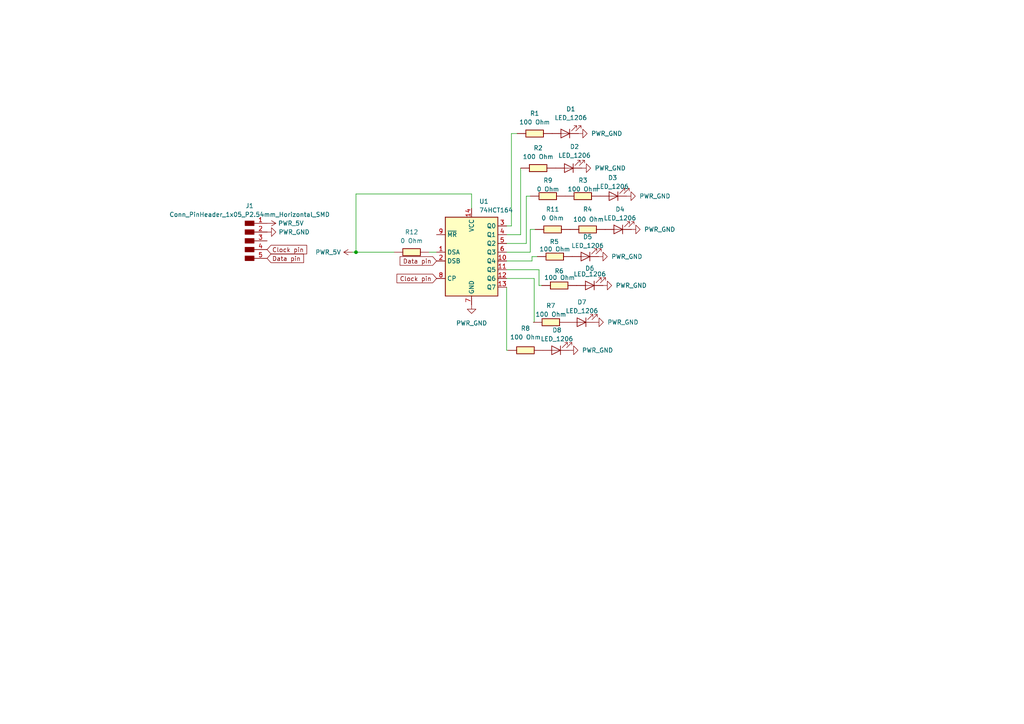
<source format=kicad_sch>
(kicad_sch (version 20230121) (generator eeschema)
  (paper "A4")
  (lib_symbols
    (symbol "74xx:74HCT164"
      (property "Reference" "U" (at 1.905 -13.97 0))
      (property "Value" "74HCT164" (at 1.905 -16.51 0))
      (symbol "74HCT164_0_1"
        (rectangle (start 7.62 10.16) (end -7.62 -12.7) (stroke (width 0.254)) (fill (type background)))
      )
      (symbol "74HCT164_1_1"
        (pin input line (at -10.16 0 0) (length 2.54) (name "DSA") (number "1"))
        (pin output line (at 10.16 -2.54 180) (length 2.54) (name "Q4") (number "10"))
        (pin output line (at 10.16 -5.08 180) (length 2.54) (name "Q5") (number "11"))
        (pin output line (at 10.16 -7.62 180) (length 2.54) (name "Q6") (number "12"))
        (pin output line (at 10.16 -10.16 180) (length 2.54) (name "Q7") (number "13"))
        (pin power_in line (at 0 12.7 270) (length 2.54) (name "VCC") (number "14"))
        (pin input line (at -10.16 -2.54 0) (length 2.54) (name "DSB") (number "2"))
        (pin output line (at 10.16 7.62 180) (length 2.54) (name "Q0") (number "3"))
        (pin output line (at 10.16 5.08 180) (length 2.54) (name "Q1") (number "4"))
        (pin output line (at 10.16 2.54 180) (length 2.54) (name "Q2") (number "5"))
        (pin output line (at 10.16 0 180) (length 2.54) (name "Q3") (number "6"))
        (pin power_in line (at 0 -15.24 90) (length 2.54) (name "GND") (number "7"))
        (pin input line (at -10.16 -7.62 0) (length 2.54) (name "CP") (number "8"))
        (pin input line (at -10.16 5.08 0) (length 2.54) (name "~{MR}") (number "9"))
      )
    )
    (symbol "fab:Conn_PinHeader_1x05_P2.54mm_Horizontal_SMD" (pin_names hide)
      (property "Reference" "J" (at 0 7.62 0))
      (property "Value" "Conn_PinHeader_1x05_P2.54mm_Horizontal_SMD" (at 0 -7.62 0))
      (symbol "Conn_PinHeader_1x05_P2.54mm_Horizontal_SMD_1_1"
        (rectangle (start -1.27 -4.445) (end 1.27 -5.715) (stroke (width 0.254)) (fill (type outline)))
        (rectangle (start -1.27 -1.905) (end 1.27 -3.175) (stroke (width 0.254)) (fill (type outline)))
        (rectangle (start -1.27 0.635) (end 1.27 -0.635) (stroke (width 0.254)) (fill (type outline)))
        (rectangle (start -1.27 3.175) (end 1.27 1.905) (stroke (width 0.254)) (fill (type outline)))
        (rectangle (start -1.27 5.715) (end 1.27 4.445) (stroke (width 0.254)) (fill (type outline)))
        (pin passive line (at 5.08 5.08 180) (length 3.81) (name "Pin_1") (number "1"))
        (pin passive line (at 5.08 2.54 180) (length 3.81) (name "Pin_2") (number "2"))
        (pin passive line (at 5.08 0 180) (length 3.81) (name "Pin_3") (number "3"))
        (pin passive line (at 5.08 -2.54 180) (length 3.81) (name "Pin_4") (number "4"))
        (pin passive line (at 5.08 -5.08 180) (length 3.81) (name "Pin_5") (number "5"))
      )
    )
    (symbol "fab:LED_1206" (pin_numbers hide) (pin_names (offset 1.016) hide)
      (property "Reference" "D" (at 0 2.54 0))
      (property "Value" "LED_1206" (at 0 -2.54 0))
      (symbol "LED_1206_0_1"
        (polyline (pts (xy -1.27 -1.27) (xy -1.27 1.27)) (stroke (width 0.2032)))
        (polyline (pts (xy -1.27 0) (xy 1.27 0)))
        (polyline (pts (xy 1.27 -1.27) (xy 1.27 1.27) (xy -1.27 0) (xy 1.27 -1.27)) (stroke (width 0.2032)))
        (polyline (pts (xy -3.048 -0.762) (xy -4.572 -2.286) (xy -3.81 -2.286) (xy -4.572 -2.286) (xy -4.572 -1.524)))
        (polyline (pts (xy -1.778 -0.762) (xy -3.302 -2.286) (xy -2.54 -2.286) (xy -3.302 -2.286) (xy -3.302 -1.524)))
      )
      (symbol "LED_1206_1_1"
        (pin passive line (at -3.81 0 0) (length 2.54) (name "K") (number "1"))
        (pin passive line (at 3.81 0 180) (length 2.54) (name "A") (number "2"))
      )
    )
    (symbol "fab:PWR_5V" (power) (pin_names (offset 0))
      (property "Value" "PWR_5V" (at 0 3.556 0))
      (symbol "PWR_5V_0_1"
        (polyline (pts (xy -0.762 1.27) (xy 0 2.54)))
        (polyline (pts (xy 0 0) (xy 0 2.54)))
        (polyline (pts (xy 0 2.54) (xy 0.762 1.27)))
      )
      (symbol "PWR_5V_1_1"
        (pin power_in line (at 0 0 90) (length 0) hide (name "PWR_5V") (number "1"))
      )
    )
    (symbol "fab:PWR_GND" (power) (pin_names (offset 0))
      (property "Value" "PWR_GND" (at 0 -3.81 0))
      (symbol "PWR_GND_0_1"
        (polyline (pts (xy 0 0) (xy 0 -1.27) (xy 1.27 -1.27) (xy 0 -2.54) (xy -1.27 -1.27) (xy 0 -1.27)))
      )
      (symbol "PWR_GND_1_1"
        (pin power_in line (at 0 0 270) (length 0) hide (name "PWR_GND") (number "1"))
      )
    )
    (symbol "fab:R_1206" (pin_numbers hide) (pin_names (offset 0))
      (property "Reference" "R" (at 2.54 0 90))
      (property "Value" "R_1206" (at -2.54 0 90))
      (symbol "R_1206_0_1"
        (rectangle (start -1.016 -2.54) (end 1.016 2.54) (stroke (width 0.254)) (fill (type background)))
      )
      (symbol "R_1206_1_1"
        (pin passive line (at 0 5.08 270) (length 2.54) (name "~") (number "1"))
        (pin passive line (at 0 -5.08 90) (length 2.54) (name "~") (number "2"))
      )
    )
  )
  (junction (at 103.251 73.152))
  (wire (pts (xy 102.235 73.152) (xy 103.251 73.152)))
  (wire (pts (xy 154.686 93.472) (xy 154.94 93.472)))
  (wire (pts (xy 148.336 38.735) (xy 148.336 65.532)))
  (wire (pts (xy 149.987 38.735) (xy 148.336 38.735)))
  (wire (pts (xy 153.797 73.152) (xy 146.939 73.152)))
  (wire (pts (xy 156.337 78.232) (xy 146.939 78.232)))
  (wire (pts (xy 147.32 101.6) (xy 146.939 101.6)))
  (wire (pts (xy 154.305 74.422) (xy 154.305 75.692)))
  (wire (pts (xy 156.337 82.804) (xy 156.337 78.232)))
  (wire (pts (xy 151.003 48.768) (xy 151.003 68.072)))
  (wire (pts (xy 152.654 56.896) (xy 153.797 56.896)))
  (wire (pts (xy 151.003 68.072) (xy 146.939 68.072)))
  (wire (pts (xy 152.654 56.896) (xy 152.654 70.612)))
  (wire (pts (xy 154.94 93.472) (xy 154.94 80.772)))
  (wire (pts (xy 157.099 82.804) (xy 156.337 82.804)))
  (wire (pts (xy 153.797 66.548) (xy 155.194 66.548)))
  (wire (pts (xy 103.251 73.152) (xy 114.3 73.152)))
  (wire (pts (xy 155.829 74.422) (xy 154.305 74.422)))
  (wire (pts (xy 103.251 56.261) (xy 103.251 73.152)))
  (wire (pts (xy 148.336 65.532) (xy 146.939 65.532)))
  (wire (pts (xy 103.251 56.261) (xy 136.779 56.261)))
  (wire (pts (xy 136.779 60.452) (xy 136.779 56.261)))
  (wire (pts (xy 124.46 73.152) (xy 126.619 73.152)))
  (wire (pts (xy 153.797 66.548) (xy 153.797 73.152)))
  (wire (pts (xy 152.654 70.612) (xy 146.939 70.612)))
  (wire (pts (xy 154.305 75.692) (xy 146.939 75.692)))
  (wire (pts (xy 146.939 101.6) (xy 146.939 83.312)))
  (wire (pts (xy 154.94 80.772) (xy 146.939 80.772)))
  (global_label "Data pin" (shape input) (at 126.619 75.692 180) (property "Intersheetrefs" "${INTERSHEET_REFS}" (effects hide)))
  (global_label "Data pin" (shape input) (at 77.47 74.93 0) (property "Intersheetrefs" "${INTERSHEET_REFS}" (effects hide)))
  (global_label "Clock pin" (shape input) (at 77.47 72.39 0) (property "Intersheetrefs" "${INTERSHEET_REFS}" (effects hide)))
  (global_label "Clock pin" (shape input) (at 126.619 80.772 180) (property "Intersheetrefs" "${INTERSHEET_REFS}" (effects hide)))
  (symbol (lib_id "fab:Conn_PinHeader_1x05_P2.54mm_Horizontal_SMD") (at 72.39 69.85 0) (unit 1)
    (property "Reference" "J1" (at 72.39 59.69 0))
    (property "Value" "Conn_PinHeader_1x05_P2.54mm_Horizontal_SMD" (at 72.39 62.23 0))
    (property "Footprint" "fab:PinHeader_1x05_P2.54mm_Horizontal_SMD" (effects hide))
  )
  (symbol (lib_id "fab:LED_1206") (at 169.799 74.422 180) (unit 1)
    (property "Reference" "D5" (at 170.434 68.707 0))
    (property "Value" "LED_1206" (at 170.434 71.247 0))
    (property "Footprint" "fab:LED_1206" (effects hide))
    (property "Datasheet" "https://optoelectronics.liteon.com/upload/download/DS-22-98-0002/LTST-C150CKT.pdf" (effects hide))
  )
  (symbol (lib_id "fab:PWR_GND") (at 174.879 82.804 90) (unit 1)
    (property "Reference" "#PWR09" (effects hide))
    (property "Value" "PWR_GND" (at 178.562 82.804 90) (effects (justify right)))
  )
  (symbol (lib_id "fab:LED_1206") (at 163.957 38.735 180) (unit 1)
    (property "Reference" "D1" (at 165.5572 31.623 0))
    (property "Value" "LED_1206" (at 165.5572 34.163 0))
    (property "Footprint" "fab:LED_1206" (effects hide))
    (property "Datasheet" "https://optoelectronics.liteon.com/upload/download/DS-22-98-0002/LTST-C150CKT.pdf" (effects hide))
  )
  (symbol (lib_id "fab:R_1206") (at 156.083 48.768 90) (unit 1)
    (property "Reference" "R2" (at 156.083 42.926 90))
    (property "Value" "100 Ohm" (at 156.083 45.466 90))
    (property "Footprint" "fab:R_1206" (effects hide))
  )
  (symbol (lib_id "fab:PWR_GND") (at 136.779 88.392 0) (unit 1)
    (property "Reference" "#PWR02" (effects hide))
    (property "Value" "PWR_GND" (at 136.779 93.726 0))
  )
  (symbol (lib_id "fab:LED_1206") (at 179.324 66.548 180) (unit 1)
    (property "Reference" "D4" (at 179.832 60.706 0))
    (property "Value" "LED_1206" (at 179.832 63.246 0))
    (property "Footprint" "fab:LED_1206" (effects hide))
    (property "Datasheet" "https://optoelectronics.liteon.com/upload/download/DS-22-98-0002/LTST-C150CKT.pdf" (effects hide))
  )
  (symbol (lib_id "fab:R_1206") (at 162.179 82.804 90) (unit 1)
    (property "Reference" "R6" (at 162.179 78.613 90))
    (property "Value" "100 Ohm" (at 162.306 80.518 90))
    (property "Footprint" "fab:R_1206" (effects hide))
  )
  (symbol (lib_id "fab:PWR_GND") (at 181.737 56.896 90) (unit 1)
    (property "Reference" "#PWR06" (effects hide))
    (property "Value" "PWR_GND" (at 185.42 56.896 90) (effects (justify right)))
  )
  (symbol (lib_id "fab:R_1206") (at 158.877 56.896 90) (mirror x) (unit 1)
    (property "Reference" "R9" (at 158.9278 52.324 90))
    (property "Value" "0 Ohm" (at 158.9278 54.864 90))
    (property "Footprint" "fab:R_1206" (effects hide))
  )
  (symbol (lib_id "fab:PWR_GND") (at 183.134 66.548 90) (unit 1)
    (property "Reference" "#PWR07" (effects hide))
    (property "Value" "PWR_GND" (at 186.817 66.548 90) (effects (justify right)))
  )
  (symbol (lib_id "fab:R_1206") (at 155.067 38.735 90) (unit 1)
    (property "Reference" "R1" (at 155.067 32.893 90))
    (property "Value" "100 Ohm" (at 155.067 35.433 90))
    (property "Footprint" "fab:R_1206" (effects hide))
  )
  (symbol (lib_id "fab:R_1206") (at 159.766 93.472 90) (unit 1)
    (property "Reference" "R7" (at 159.766 88.646 90))
    (property "Value" "100 Ohm" (at 159.766 91.186 90))
    (property "Footprint" "fab:R_1206" (effects hide))
  )
  (symbol (lib_id "fab:PWR_GND") (at 172.466 93.472 90) (unit 1)
    (property "Reference" "#PWR010" (effects hide))
    (property "Value" "PWR_GND" (at 176.149 93.472 90) (effects (justify right)))
  )
  (symbol (lib_id "fab:PWR_GND") (at 167.767 38.735 90) (unit 1)
    (property "Reference" "#PWR03" (effects hide))
    (property "Value" "PWR_GND" (at 171.45 38.735 90) (effects (justify right)))
  )
  (symbol (lib_id "fab:R_1206") (at 160.909 74.422 90) (unit 1)
    (property "Reference" "R5" (at 160.782 70.104 90))
    (property "Value" "100 Ohm" (at 160.909 72.263 90))
    (property "Footprint" "fab:R_1206" (effects hide))
  )
  (symbol (lib_id "fab:PWR_5V") (at 102.235 73.152 90) (unit 1)
    (property "Reference" "#PWR01" (effects hide))
    (property "Value" "PWR_5V" (at 98.933 73.152 90) (effects (justify left)))
  )
  (symbol (lib_id "fab:R_1206") (at 169.037 56.896 90) (unit 1)
    (property "Reference" "R3" (at 169.0878 52.324 90))
    (property "Value" "100 Ohm" (at 169.0878 54.864 90))
    (property "Footprint" "fab:R_1206" (effects hide))
  )
  (symbol (lib_id "fab:PWR_GND") (at 77.47 67.31 90) (unit 1)
    (property "Reference" "#PWR012" (effects hide))
    (property "Value" "PWR_GND" (at 80.772 67.31 90) (effects (justify right)))
  )
  (symbol (lib_id "fab:R_1206") (at 170.434 66.548 90) (unit 1)
    (property "Reference" "R4" (at 170.434 60.706 90))
    (property "Value" "100 Ohm" (at 170.688 63.627 90))
    (property "Footprint" "fab:R_1206" (effects hide))
  )
  (symbol (lib_id "fab:R_1206") (at 152.4 101.6 90) (unit 1)
    (property "Reference" "R8" (at 152.4 95.25 90))
    (property "Value" "100 Ohm" (at 152.4 97.79 90))
    (property "Footprint" "fab:R_1206" (effects hide))
  )
  (symbol (lib_id "fab:R_1206") (at 119.38 73.152 270) (unit 1)
    (property "Reference" "R12" (at 119.38 67.31 90))
    (property "Value" "0 Ohm" (at 119.38 69.85 90))
    (property "Footprint" "fab:R_1206" (effects hide))
  )
  (symbol (lib_id "fab:PWR_5V") (at 77.47 64.77 270) (unit 1)
    (property "Reference" "#PWR04" (effects hide))
    (property "Value" "PWR_5V" (at 80.645 64.77 90) (effects (justify left)))
  )
  (symbol (lib_id "fab:PWR_GND") (at 168.783 48.768 90) (unit 1)
    (property "Reference" "#PWR05" (effects hide))
    (property "Value" "PWR_GND" (at 172.466 48.768 90) (effects (justify right)))
  )
  (symbol (lib_id "fab:R_1206") (at 160.274 66.548 90) (mirror x) (unit 1)
    (property "Reference" "R11" (at 160.274 60.706 90))
    (property "Value" "0 Ohm" (at 160.274 63.246 90))
    (property "Footprint" "fab:R_1206" (effects hide))
  )
  (symbol (lib_id "fab:LED_1206") (at 161.29 101.6 180) (unit 1)
    (property "Reference" "D8" (at 161.544 95.758 0))
    (property "Value" "LED_1206" (at 161.544 98.298 0))
    (property "Footprint" "fab:LED_1206" (effects hide))
    (property "Datasheet" "https://optoelectronics.liteon.com/upload/download/DS-22-98-0002/LTST-C150CKT.pdf" (effects hide))
  )
  (symbol (lib_id "fab:LED_1206") (at 168.656 93.472 180) (unit 1)
    (property "Reference" "D7" (at 168.783 87.63 0))
    (property "Value" "LED_1206" (at 168.783 90.17 0))
    (property "Footprint" "fab:LED_1206" (effects hide))
    (property "Datasheet" "https://optoelectronics.liteon.com/upload/download/DS-22-98-0002/LTST-C150CKT.pdf" (effects hide))
  )
  (symbol (lib_id "fab:PWR_GND") (at 173.609 74.422 90) (unit 1)
    (property "Reference" "#PWR08" (effects hide))
    (property "Value" "PWR_GND" (at 177.292 74.422 90) (effects (justify right)))
  )
  (symbol (lib_id "fab:LED_1206") (at 171.069 82.804 180) (unit 1)
    (property "Reference" "D6" (at 171.069 77.851 0))
    (property "Value" "LED_1206" (at 171.069 79.502 0))
    (property "Footprint" "fab:LED_1206" (effects hide))
    (property "Datasheet" "https://optoelectronics.liteon.com/upload/download/DS-22-98-0002/LTST-C150CKT.pdf" (effects hide))
  )
  (symbol (lib_id "74xx:74HCT164") (at 136.779 73.152 0) (unit 1)
    (property "Reference" "U1" (at 138.9731 58.42 0) (effects (justify left)))
    (property "Value" "74HCT164" (at 138.9731 60.96 0) (effects (justify left)))
    (property "Footprint" "Package_DIP:DIP-14_W7.62mm" (effects hide))
    (property "Datasheet" "https://assets.nexperia.com/documents/data-sheet/74HC_HCT164.pdf" (effects hide))
  )
  (symbol (lib_id "fab:PWR_GND") (at 165.1 101.6 90) (unit 1)
    (property "Reference" "#PWR011" (effects hide))
    (property "Value" "PWR_GND" (at 168.783 101.6 90) (effects (justify right)))
  )
  (symbol (lib_id "fab:LED_1206") (at 177.927 56.896 180) (unit 1)
    (property "Reference" "D3" (at 177.673 51.562 0))
    (property "Value" "LED_1206" (at 177.673 54.102 0))
    (property "Footprint" "fab:LED_1206" (effects hide))
    (property "Datasheet" "https://optoelectronics.liteon.com/upload/download/DS-22-98-0002/LTST-C150CKT.pdf" (effects hide))
  )
  (symbol (lib_id "fab:LED_1206") (at 164.973 48.768 180) (unit 1)
    (property "Reference" "D2" (at 166.624 42.545 0))
    (property "Value" "LED_1206" (at 166.624 45.085 0))
    (property "Footprint" "fab:LED_1206" (effects hide))
    (property "Datasheet" "https://optoelectronics.liteon.com/upload/download/DS-22-98-0002/LTST-C150CKT.pdf" (effects hide))
  )
)
</source>
